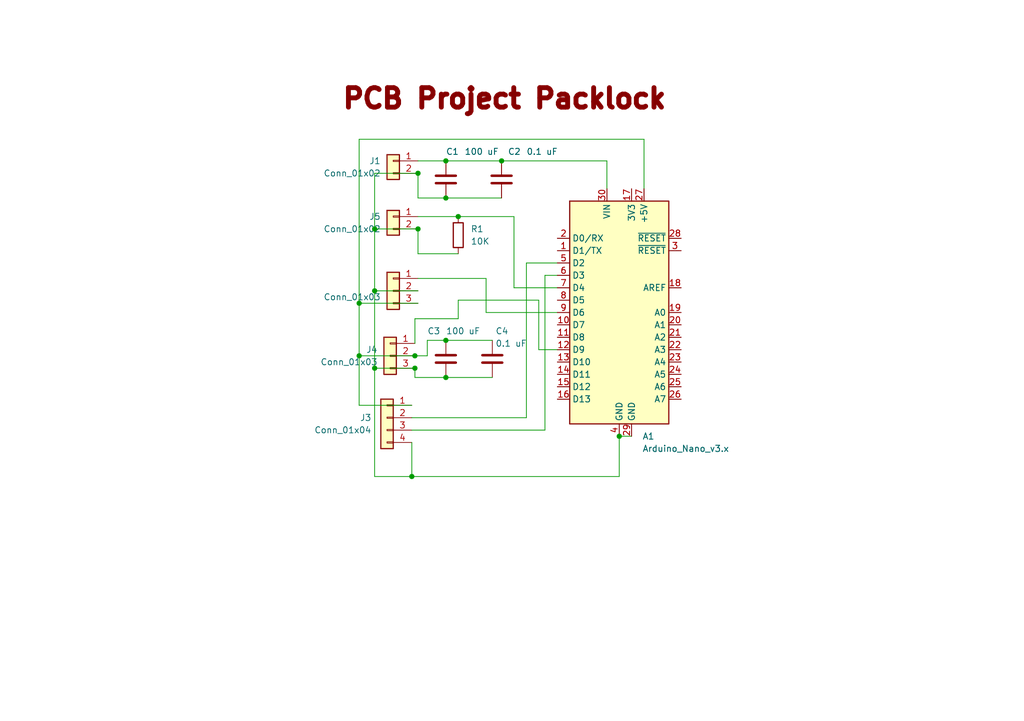
<source format=kicad_sch>
(kicad_sch (version 20230121) (generator eeschema)

  (uuid 30cc1b51-d9c0-4ac3-8d88-c2a5fc62ee56)

  (paper "A5")

  (lib_symbols
    (symbol "Connector_Generic:Conn_01x02" (pin_names (offset 1.016) hide) (in_bom yes) (on_board yes)
      (property "Reference" "J" (at 0 2.54 0)
        (effects (font (size 1.27 1.27)))
      )
      (property "Value" "Conn_01x02" (at 0 -5.08 0)
        (effects (font (size 1.27 1.27)))
      )
      (property "Footprint" "" (at 0 0 0)
        (effects (font (size 1.27 1.27)) hide)
      )
      (property "Datasheet" "~" (at 0 0 0)
        (effects (font (size 1.27 1.27)) hide)
      )
      (property "ki_keywords" "connector" (at 0 0 0)
        (effects (font (size 1.27 1.27)) hide)
      )
      (property "ki_description" "Generic connector, single row, 01x02, script generated (kicad-library-utils/schlib/autogen/connector/)" (at 0 0 0)
        (effects (font (size 1.27 1.27)) hide)
      )
      (property "ki_fp_filters" "Connector*:*_1x??_*" (at 0 0 0)
        (effects (font (size 1.27 1.27)) hide)
      )
      (symbol "Conn_01x02_1_1"
        (rectangle (start -1.27 -2.413) (end 0 -2.667)
          (stroke (width 0.1524) (type default))
          (fill (type none))
        )
        (rectangle (start -1.27 0.127) (end 0 -0.127)
          (stroke (width 0.1524) (type default))
          (fill (type none))
        )
        (rectangle (start -1.27 1.27) (end 1.27 -3.81)
          (stroke (width 0.254) (type default))
          (fill (type background))
        )
        (pin passive line (at -5.08 0 0) (length 3.81)
          (name "Pin_1" (effects (font (size 1.27 1.27))))
          (number "1" (effects (font (size 1.27 1.27))))
        )
        (pin passive line (at -5.08 -2.54 0) (length 3.81)
          (name "Pin_2" (effects (font (size 1.27 1.27))))
          (number "2" (effects (font (size 1.27 1.27))))
        )
      )
    )
    (symbol "Connector_Generic:Conn_01x03" (pin_names (offset 1.016) hide) (in_bom yes) (on_board yes)
      (property "Reference" "J" (at 0 5.08 0)
        (effects (font (size 1.27 1.27)))
      )
      (property "Value" "Conn_01x03" (at 0 -5.08 0)
        (effects (font (size 1.27 1.27)))
      )
      (property "Footprint" "" (at 0 0 0)
        (effects (font (size 1.27 1.27)) hide)
      )
      (property "Datasheet" "~" (at 0 0 0)
        (effects (font (size 1.27 1.27)) hide)
      )
      (property "ki_keywords" "connector" (at 0 0 0)
        (effects (font (size 1.27 1.27)) hide)
      )
      (property "ki_description" "Generic connector, single row, 01x03, script generated (kicad-library-utils/schlib/autogen/connector/)" (at 0 0 0)
        (effects (font (size 1.27 1.27)) hide)
      )
      (property "ki_fp_filters" "Connector*:*_1x??_*" (at 0 0 0)
        (effects (font (size 1.27 1.27)) hide)
      )
      (symbol "Conn_01x03_1_1"
        (rectangle (start -1.27 -2.413) (end 0 -2.667)
          (stroke (width 0.1524) (type default))
          (fill (type none))
        )
        (rectangle (start -1.27 0.127) (end 0 -0.127)
          (stroke (width 0.1524) (type default))
          (fill (type none))
        )
        (rectangle (start -1.27 2.667) (end 0 2.413)
          (stroke (width 0.1524) (type default))
          (fill (type none))
        )
        (rectangle (start -1.27 3.81) (end 1.27 -3.81)
          (stroke (width 0.254) (type default))
          (fill (type background))
        )
        (pin passive line (at -5.08 2.54 0) (length 3.81)
          (name "Pin_1" (effects (font (size 1.27 1.27))))
          (number "1" (effects (font (size 1.27 1.27))))
        )
        (pin passive line (at -5.08 0 0) (length 3.81)
          (name "Pin_2" (effects (font (size 1.27 1.27))))
          (number "2" (effects (font (size 1.27 1.27))))
        )
        (pin passive line (at -5.08 -2.54 0) (length 3.81)
          (name "Pin_3" (effects (font (size 1.27 1.27))))
          (number "3" (effects (font (size 1.27 1.27))))
        )
      )
    )
    (symbol "Connector_Generic:Conn_01x04" (pin_names (offset 1.016) hide) (in_bom yes) (on_board yes)
      (property "Reference" "J" (at 0 5.08 0)
        (effects (font (size 1.27 1.27)))
      )
      (property "Value" "Conn_01x04" (at 0 -7.62 0)
        (effects (font (size 1.27 1.27)))
      )
      (property "Footprint" "" (at 0 0 0)
        (effects (font (size 1.27 1.27)) hide)
      )
      (property "Datasheet" "~" (at 0 0 0)
        (effects (font (size 1.27 1.27)) hide)
      )
      (property "ki_keywords" "connector" (at 0 0 0)
        (effects (font (size 1.27 1.27)) hide)
      )
      (property "ki_description" "Generic connector, single row, 01x04, script generated (kicad-library-utils/schlib/autogen/connector/)" (at 0 0 0)
        (effects (font (size 1.27 1.27)) hide)
      )
      (property "ki_fp_filters" "Connector*:*_1x??_*" (at 0 0 0)
        (effects (font (size 1.27 1.27)) hide)
      )
      (symbol "Conn_01x04_1_1"
        (rectangle (start -1.27 -4.953) (end 0 -5.207)
          (stroke (width 0.1524) (type default))
          (fill (type none))
        )
        (rectangle (start -1.27 -2.413) (end 0 -2.667)
          (stroke (width 0.1524) (type default))
          (fill (type none))
        )
        (rectangle (start -1.27 0.127) (end 0 -0.127)
          (stroke (width 0.1524) (type default))
          (fill (type none))
        )
        (rectangle (start -1.27 2.667) (end 0 2.413)
          (stroke (width 0.1524) (type default))
          (fill (type none))
        )
        (rectangle (start -1.27 3.81) (end 1.27 -6.35)
          (stroke (width 0.254) (type default))
          (fill (type background))
        )
        (pin passive line (at -5.08 2.54 0) (length 3.81)
          (name "Pin_1" (effects (font (size 1.27 1.27))))
          (number "1" (effects (font (size 1.27 1.27))))
        )
        (pin passive line (at -5.08 0 0) (length 3.81)
          (name "Pin_2" (effects (font (size 1.27 1.27))))
          (number "2" (effects (font (size 1.27 1.27))))
        )
        (pin passive line (at -5.08 -2.54 0) (length 3.81)
          (name "Pin_3" (effects (font (size 1.27 1.27))))
          (number "3" (effects (font (size 1.27 1.27))))
        )
        (pin passive line (at -5.08 -5.08 0) (length 3.81)
          (name "Pin_4" (effects (font (size 1.27 1.27))))
          (number "4" (effects (font (size 1.27 1.27))))
        )
      )
    )
    (symbol "Device:C" (pin_numbers hide) (pin_names (offset 0.254)) (in_bom yes) (on_board yes)
      (property "Reference" "C" (at 0.635 2.54 0)
        (effects (font (size 1.27 1.27)) (justify left))
      )
      (property "Value" "C" (at 0.635 -2.54 0)
        (effects (font (size 1.27 1.27)) (justify left))
      )
      (property "Footprint" "" (at 0.9652 -3.81 0)
        (effects (font (size 1.27 1.27)) hide)
      )
      (property "Datasheet" "~" (at 0 0 0)
        (effects (font (size 1.27 1.27)) hide)
      )
      (property "ki_keywords" "cap capacitor" (at 0 0 0)
        (effects (font (size 1.27 1.27)) hide)
      )
      (property "ki_description" "Unpolarized capacitor" (at 0 0 0)
        (effects (font (size 1.27 1.27)) hide)
      )
      (property "ki_fp_filters" "C_*" (at 0 0 0)
        (effects (font (size 1.27 1.27)) hide)
      )
      (symbol "C_0_1"
        (polyline
          (pts
            (xy -2.032 -0.762)
            (xy 2.032 -0.762)
          )
          (stroke (width 0.508) (type default))
          (fill (type none))
        )
        (polyline
          (pts
            (xy -2.032 0.762)
            (xy 2.032 0.762)
          )
          (stroke (width 0.508) (type default))
          (fill (type none))
        )
      )
      (symbol "C_1_1"
        (pin passive line (at 0 3.81 270) (length 2.794)
          (name "~" (effects (font (size 1.27 1.27))))
          (number "1" (effects (font (size 1.27 1.27))))
        )
        (pin passive line (at 0 -3.81 90) (length 2.794)
          (name "~" (effects (font (size 1.27 1.27))))
          (number "2" (effects (font (size 1.27 1.27))))
        )
      )
    )
    (symbol "Device:R" (pin_numbers hide) (pin_names (offset 0)) (in_bom yes) (on_board yes)
      (property "Reference" "R" (at 2.032 0 90)
        (effects (font (size 1.27 1.27)))
      )
      (property "Value" "R" (at 0 0 90)
        (effects (font (size 1.27 1.27)))
      )
      (property "Footprint" "" (at -1.778 0 90)
        (effects (font (size 1.27 1.27)) hide)
      )
      (property "Datasheet" "~" (at 0 0 0)
        (effects (font (size 1.27 1.27)) hide)
      )
      (property "ki_keywords" "R res resistor" (at 0 0 0)
        (effects (font (size 1.27 1.27)) hide)
      )
      (property "ki_description" "Resistor" (at 0 0 0)
        (effects (font (size 1.27 1.27)) hide)
      )
      (property "ki_fp_filters" "R_*" (at 0 0 0)
        (effects (font (size 1.27 1.27)) hide)
      )
      (symbol "R_0_1"
        (rectangle (start -1.016 -2.54) (end 1.016 2.54)
          (stroke (width 0.254) (type default))
          (fill (type none))
        )
      )
      (symbol "R_1_1"
        (pin passive line (at 0 3.81 270) (length 1.27)
          (name "~" (effects (font (size 1.27 1.27))))
          (number "1" (effects (font (size 1.27 1.27))))
        )
        (pin passive line (at 0 -3.81 90) (length 1.27)
          (name "~" (effects (font (size 1.27 1.27))))
          (number "2" (effects (font (size 1.27 1.27))))
        )
      )
    )
    (symbol "MCU_Module:Arduino_Nano_v3.x" (in_bom yes) (on_board yes)
      (property "Reference" "A" (at -10.16 23.495 0)
        (effects (font (size 1.27 1.27)) (justify left bottom))
      )
      (property "Value" "Arduino_Nano_v3.x" (at 5.08 -24.13 0)
        (effects (font (size 1.27 1.27)) (justify left top))
      )
      (property "Footprint" "Module:Arduino_Nano" (at 0 0 0)
        (effects (font (size 1.27 1.27) italic) hide)
      )
      (property "Datasheet" "http://www.mouser.com/pdfdocs/Gravitech_Arduino_Nano3_0.pdf" (at 0 0 0)
        (effects (font (size 1.27 1.27)) hide)
      )
      (property "ki_keywords" "Arduino nano microcontroller module USB" (at 0 0 0)
        (effects (font (size 1.27 1.27)) hide)
      )
      (property "ki_description" "Arduino Nano v3.x" (at 0 0 0)
        (effects (font (size 1.27 1.27)) hide)
      )
      (property "ki_fp_filters" "Arduino*Nano*" (at 0 0 0)
        (effects (font (size 1.27 1.27)) hide)
      )
      (symbol "Arduino_Nano_v3.x_0_1"
        (rectangle (start -10.16 22.86) (end 10.16 -22.86)
          (stroke (width 0.254) (type default))
          (fill (type background))
        )
      )
      (symbol "Arduino_Nano_v3.x_1_1"
        (pin bidirectional line (at -12.7 12.7 0) (length 2.54)
          (name "D1/TX" (effects (font (size 1.27 1.27))))
          (number "1" (effects (font (size 1.27 1.27))))
        )
        (pin bidirectional line (at -12.7 -2.54 0) (length 2.54)
          (name "D7" (effects (font (size 1.27 1.27))))
          (number "10" (effects (font (size 1.27 1.27))))
        )
        (pin bidirectional line (at -12.7 -5.08 0) (length 2.54)
          (name "D8" (effects (font (size 1.27 1.27))))
          (number "11" (effects (font (size 1.27 1.27))))
        )
        (pin bidirectional line (at -12.7 -7.62 0) (length 2.54)
          (name "D9" (effects (font (size 1.27 1.27))))
          (number "12" (effects (font (size 1.27 1.27))))
        )
        (pin bidirectional line (at -12.7 -10.16 0) (length 2.54)
          (name "D10" (effects (font (size 1.27 1.27))))
          (number "13" (effects (font (size 1.27 1.27))))
        )
        (pin bidirectional line (at -12.7 -12.7 0) (length 2.54)
          (name "D11" (effects (font (size 1.27 1.27))))
          (number "14" (effects (font (size 1.27 1.27))))
        )
        (pin bidirectional line (at -12.7 -15.24 0) (length 2.54)
          (name "D12" (effects (font (size 1.27 1.27))))
          (number "15" (effects (font (size 1.27 1.27))))
        )
        (pin bidirectional line (at -12.7 -17.78 0) (length 2.54)
          (name "D13" (effects (font (size 1.27 1.27))))
          (number "16" (effects (font (size 1.27 1.27))))
        )
        (pin power_out line (at 2.54 25.4 270) (length 2.54)
          (name "3V3" (effects (font (size 1.27 1.27))))
          (number "17" (effects (font (size 1.27 1.27))))
        )
        (pin input line (at 12.7 5.08 180) (length 2.54)
          (name "AREF" (effects (font (size 1.27 1.27))))
          (number "18" (effects (font (size 1.27 1.27))))
        )
        (pin bidirectional line (at 12.7 0 180) (length 2.54)
          (name "A0" (effects (font (size 1.27 1.27))))
          (number "19" (effects (font (size 1.27 1.27))))
        )
        (pin bidirectional line (at -12.7 15.24 0) (length 2.54)
          (name "D0/RX" (effects (font (size 1.27 1.27))))
          (number "2" (effects (font (size 1.27 1.27))))
        )
        (pin bidirectional line (at 12.7 -2.54 180) (length 2.54)
          (name "A1" (effects (font (size 1.27 1.27))))
          (number "20" (effects (font (size 1.27 1.27))))
        )
        (pin bidirectional line (at 12.7 -5.08 180) (length 2.54)
          (name "A2" (effects (font (size 1.27 1.27))))
          (number "21" (effects (font (size 1.27 1.27))))
        )
        (pin bidirectional line (at 12.7 -7.62 180) (length 2.54)
          (name "A3" (effects (font (size 1.27 1.27))))
          (number "22" (effects (font (size 1.27 1.27))))
        )
        (pin bidirectional line (at 12.7 -10.16 180) (length 2.54)
          (name "A4" (effects (font (size 1.27 1.27))))
          (number "23" (effects (font (size 1.27 1.27))))
        )
        (pin bidirectional line (at 12.7 -12.7 180) (length 2.54)
          (name "A5" (effects (font (size 1.27 1.27))))
          (number "24" (effects (font (size 1.27 1.27))))
        )
        (pin bidirectional line (at 12.7 -15.24 180) (length 2.54)
          (name "A6" (effects (font (size 1.27 1.27))))
          (number "25" (effects (font (size 1.27 1.27))))
        )
        (pin bidirectional line (at 12.7 -17.78 180) (length 2.54)
          (name "A7" (effects (font (size 1.27 1.27))))
          (number "26" (effects (font (size 1.27 1.27))))
        )
        (pin power_out line (at 5.08 25.4 270) (length 2.54)
          (name "+5V" (effects (font (size 1.27 1.27))))
          (number "27" (effects (font (size 1.27 1.27))))
        )
        (pin input line (at 12.7 15.24 180) (length 2.54)
          (name "~{RESET}" (effects (font (size 1.27 1.27))))
          (number "28" (effects (font (size 1.27 1.27))))
        )
        (pin power_in line (at 2.54 -25.4 90) (length 2.54)
          (name "GND" (effects (font (size 1.27 1.27))))
          (number "29" (effects (font (size 1.27 1.27))))
        )
        (pin input line (at 12.7 12.7 180) (length 2.54)
          (name "~{RESET}" (effects (font (size 1.27 1.27))))
          (number "3" (effects (font (size 1.27 1.27))))
        )
        (pin power_in line (at -2.54 25.4 270) (length 2.54)
          (name "VIN" (effects (font (size 1.27 1.27))))
          (number "30" (effects (font (size 1.27 1.27))))
        )
        (pin power_in line (at 0 -25.4 90) (length 2.54)
          (name "GND" (effects (font (size 1.27 1.27))))
          (number "4" (effects (font (size 1.27 1.27))))
        )
        (pin bidirectional line (at -12.7 10.16 0) (length 2.54)
          (name "D2" (effects (font (size 1.27 1.27))))
          (number "5" (effects (font (size 1.27 1.27))))
        )
        (pin bidirectional line (at -12.7 7.62 0) (length 2.54)
          (name "D3" (effects (font (size 1.27 1.27))))
          (number "6" (effects (font (size 1.27 1.27))))
        )
        (pin bidirectional line (at -12.7 5.08 0) (length 2.54)
          (name "D4" (effects (font (size 1.27 1.27))))
          (number "7" (effects (font (size 1.27 1.27))))
        )
        (pin bidirectional line (at -12.7 2.54 0) (length 2.54)
          (name "D5" (effects (font (size 1.27 1.27))))
          (number "8" (effects (font (size 1.27 1.27))))
        )
        (pin bidirectional line (at -12.7 0 0) (length 2.54)
          (name "D6" (effects (font (size 1.27 1.27))))
          (number "9" (effects (font (size 1.27 1.27))))
        )
      )
    )
  )

  (junction (at 73.66 73.025) (diameter 0) (color 0 0 0 0)
    (uuid 0b8e4496-1513-404e-b81f-2e53f2f92cbf)
  )
  (junction (at 85.09 75.565) (diameter 0) (color 0 0 0 0)
    (uuid 128af01e-92de-4823-9ef1-1f7cb02fd2f7)
  )
  (junction (at 91.44 77.47) (diameter 0) (color 0 0 0 0)
    (uuid 1c959717-b416-40ed-97bf-9d16b0cbccd1)
  )
  (junction (at 84.455 97.79) (diameter 0) (color 0 0 0 0)
    (uuid 226ffeaf-94bf-4c10-bc6d-90f35e415230)
  )
  (junction (at 76.835 75.565) (diameter 0) (color 0 0 0 0)
    (uuid 2ddb3448-c405-4e63-9235-5d68ea030348)
  )
  (junction (at 93.98 44.45) (diameter 0) (color 0 0 0 0)
    (uuid 38d5ae57-c004-4212-a5e4-e6d44e687448)
  )
  (junction (at 91.44 40.64) (diameter 0) (color 0 0 0 0)
    (uuid 41164ac6-a579-4a51-9462-4e05e9eb6925)
  )
  (junction (at 85.725 35.56) (diameter 0) (color 0 0 0 0)
    (uuid 4aee2b7c-afb7-4f03-bc92-fdbf0831d71f)
  )
  (junction (at 76.835 46.99) (diameter 0) (color 0 0 0 0)
    (uuid 5e5d9011-80ea-4bca-8ac4-792b2dc7aff6)
  )
  (junction (at 85.09 73.025) (diameter 0) (color 0 0 0 0)
    (uuid 63a248b4-8cbc-4001-a133-facef6c6aad6)
  )
  (junction (at 91.44 33.02) (diameter 0) (color 0 0 0 0)
    (uuid 7dfca7f9-4737-47d7-8c79-77b8e8540f3d)
  )
  (junction (at 73.66 62.23) (diameter 0) (color 0 0 0 0)
    (uuid a1607871-cc7f-48cd-8a44-26399cb59108)
  )
  (junction (at 91.44 69.85) (diameter 0) (color 0 0 0 0)
    (uuid c1b6a71b-dbe9-402d-9d3c-e591f3d929b2)
  )
  (junction (at 85.725 46.99) (diameter 0) (color 0 0 0 0)
    (uuid c67996c2-c5c5-4f42-8442-7bb604ea69c1)
  )
  (junction (at 102.87 33.02) (diameter 0) (color 0 0 0 0)
    (uuid c8271075-a904-4a2f-b292-48f39861653d)
  )
  (junction (at 127 89.535) (diameter 0) (color 0 0 0 0)
    (uuid e426d68b-0895-45dd-aa46-1f6818b83e93)
  )
  (junction (at 76.835 59.69) (diameter 0) (color 0 0 0 0)
    (uuid fb8f05d1-15ee-446f-8a86-058b7a230c42)
  )

  (wire (pts (xy 84.455 90.805) (xy 84.455 97.79))
    (stroke (width 0) (type default))
    (uuid 1ac2a306-c871-4ef1-ab3c-bd342e0236c2)
  )
  (wire (pts (xy 84.455 88.265) (xy 111.76 88.265))
    (stroke (width 0) (type default))
    (uuid 24f85668-784a-4377-a546-088e5cc89852)
  )
  (wire (pts (xy 114.3 53.975) (xy 107.95 53.975))
    (stroke (width 0) (type default))
    (uuid 29fd64d3-b439-4ad0-9d12-189a40ee42bb)
  )
  (wire (pts (xy 76.835 46.99) (xy 76.835 59.69))
    (stroke (width 0) (type default))
    (uuid 2b61a7af-c289-42d3-8413-c7ed438e84e6)
  )
  (wire (pts (xy 91.44 77.47) (xy 100.965 77.47))
    (stroke (width 0) (type default))
    (uuid 311bc0d9-3f93-4d58-a79f-16e6961b5d98)
  )
  (wire (pts (xy 73.66 73.025) (xy 73.66 83.185))
    (stroke (width 0) (type default))
    (uuid 3911aa7a-930b-49db-b66c-ab7a9cbf24e2)
  )
  (wire (pts (xy 124.46 38.735) (xy 124.46 33.02))
    (stroke (width 0) (type default))
    (uuid 3abc6a37-1e8f-46b1-a879-46dc6f53160a)
  )
  (wire (pts (xy 85.09 65.405) (xy 93.98 65.405))
    (stroke (width 0) (type default))
    (uuid 3eb2dc35-5c58-40fb-88b0-0d120335a19e)
  )
  (wire (pts (xy 76.835 35.56) (xy 76.835 46.99))
    (stroke (width 0) (type default))
    (uuid 421ba961-ed37-406c-9267-5bda57d7d4c0)
  )
  (wire (pts (xy 107.95 85.725) (xy 84.455 85.725))
    (stroke (width 0) (type default))
    (uuid 46662154-ea53-4623-b34e-ea235b29632c)
  )
  (wire (pts (xy 91.44 77.47) (xy 85.09 77.47))
    (stroke (width 0) (type default))
    (uuid 4ede941a-bce8-45cc-8b2d-b45d07093090)
  )
  (wire (pts (xy 73.66 62.23) (xy 85.725 62.23))
    (stroke (width 0) (type default))
    (uuid 5419e527-8d9e-459e-9d9c-8e90bedf7acd)
  )
  (wire (pts (xy 85.09 70.485) (xy 85.09 65.405))
    (stroke (width 0) (type default))
    (uuid 54d914d0-c397-42da-b00f-edc82e086574)
  )
  (wire (pts (xy 127 97.79) (xy 127 89.535))
    (stroke (width 0) (type default))
    (uuid 5768985f-2ffd-4f3d-b292-4ee9563955a3)
  )
  (wire (pts (xy 76.835 97.79) (xy 84.455 97.79))
    (stroke (width 0) (type default))
    (uuid 59af8485-16a7-419f-8c09-a830a1aaf1f8)
  )
  (wire (pts (xy 105.41 59.055) (xy 105.41 44.45))
    (stroke (width 0) (type default))
    (uuid 5c2db444-4093-4a35-92fc-db35752dd899)
  )
  (wire (pts (xy 127 89.535) (xy 129.54 89.535))
    (stroke (width 0) (type default))
    (uuid 629e0233-47e9-441b-b64e-c1d2005af6e5)
  )
  (wire (pts (xy 99.695 64.135) (xy 114.3 64.135))
    (stroke (width 0) (type default))
    (uuid 7205992d-70aa-4dd3-b706-31df83709295)
  )
  (wire (pts (xy 85.725 46.99) (xy 76.835 46.99))
    (stroke (width 0) (type default))
    (uuid 73fb0842-be31-44a0-903b-027ab2303772)
  )
  (wire (pts (xy 111.76 56.515) (xy 111.76 88.265))
    (stroke (width 0) (type default))
    (uuid 752e9cd4-4776-4e1d-b0ce-09a406543ae4)
  )
  (wire (pts (xy 110.49 71.755) (xy 114.3 71.755))
    (stroke (width 0) (type default))
    (uuid 7b7e80de-57ca-488b-922e-28f374e039b3)
  )
  (wire (pts (xy 99.695 57.15) (xy 99.695 64.135))
    (stroke (width 0) (type default))
    (uuid 8548438f-1fe3-48fb-aa0f-03f8592b4a55)
  )
  (wire (pts (xy 132.08 28.575) (xy 73.66 28.575))
    (stroke (width 0) (type default))
    (uuid 8a3f55de-a693-4db5-8c39-17cfdd8e3704)
  )
  (wire (pts (xy 85.725 44.45) (xy 93.98 44.45))
    (stroke (width 0) (type default))
    (uuid 8b795b68-6798-4b2e-85ae-dae06f2e2514)
  )
  (wire (pts (xy 93.98 65.405) (xy 93.98 61.595))
    (stroke (width 0) (type default))
    (uuid 8c9ef4ad-44a9-4f65-a0d6-2c94a70db64a)
  )
  (wire (pts (xy 85.09 73.025) (xy 87.63 73.025))
    (stroke (width 0) (type default))
    (uuid 905299eb-3cab-4ab9-983f-1fb85d451d17)
  )
  (wire (pts (xy 73.66 83.185) (xy 84.455 83.185))
    (stroke (width 0) (type default))
    (uuid 98c76a2a-941f-4197-ad82-0e27c0ce5640)
  )
  (wire (pts (xy 84.455 97.79) (xy 127 97.79))
    (stroke (width 0) (type default))
    (uuid 9edce0eb-e2e4-49fe-9fab-101b82db9a1e)
  )
  (wire (pts (xy 76.835 59.69) (xy 76.835 75.565))
    (stroke (width 0) (type default))
    (uuid a1ff1e7b-640d-44ad-89d0-e252ff4c375c)
  )
  (wire (pts (xy 114.3 59.055) (xy 105.41 59.055))
    (stroke (width 0) (type default))
    (uuid a6a4ec33-22b0-48fd-9b74-f8c418666468)
  )
  (wire (pts (xy 107.95 53.975) (xy 107.95 85.725))
    (stroke (width 0) (type default))
    (uuid a8f4831c-8114-44d2-bff7-8bf18816763f)
  )
  (wire (pts (xy 73.66 73.025) (xy 85.09 73.025))
    (stroke (width 0) (type default))
    (uuid aa505875-e8d5-4b1f-9709-5fb02c4cfe27)
  )
  (wire (pts (xy 85.725 52.07) (xy 93.98 52.07))
    (stroke (width 0) (type default))
    (uuid aa80da46-15c1-4f6f-819e-194bdaa7d0ab)
  )
  (wire (pts (xy 87.63 69.85) (xy 91.44 69.85))
    (stroke (width 0) (type default))
    (uuid afe8da30-2c2b-4992-ae72-3437a8c7bc22)
  )
  (wire (pts (xy 76.835 59.69) (xy 85.725 59.69))
    (stroke (width 0) (type default))
    (uuid b0528b55-422d-463b-867b-f062592d6012)
  )
  (wire (pts (xy 85.725 35.56) (xy 76.835 35.56))
    (stroke (width 0) (type default))
    (uuid b20baa0a-566b-4da7-923e-aa0bd7bb5790)
  )
  (wire (pts (xy 91.44 69.85) (xy 100.965 69.85))
    (stroke (width 0) (type default))
    (uuid b45d5354-f9dc-46e8-a276-7b237d522566)
  )
  (wire (pts (xy 73.66 62.23) (xy 73.66 73.025))
    (stroke (width 0) (type default))
    (uuid b5c571f1-8002-4555-bfbb-17b757fc109b)
  )
  (wire (pts (xy 76.835 75.565) (xy 76.835 97.79))
    (stroke (width 0) (type default))
    (uuid b9472d8f-7b91-40c7-9154-6ee92489a62b)
  )
  (wire (pts (xy 91.44 40.64) (xy 102.87 40.64))
    (stroke (width 0) (type default))
    (uuid c5e6fa5d-d707-45ef-93e7-147a4b88eb78)
  )
  (wire (pts (xy 110.49 61.595) (xy 110.49 71.755))
    (stroke (width 0) (type default))
    (uuid c77e8da7-7436-427d-83b4-64b8c894fa30)
  )
  (wire (pts (xy 124.46 33.02) (xy 102.87 33.02))
    (stroke (width 0) (type default))
    (uuid c9107717-4c04-4e09-9794-8728a41772a7)
  )
  (wire (pts (xy 85.725 35.56) (xy 85.725 40.64))
    (stroke (width 0) (type default))
    (uuid cab2f9e8-8509-47c9-a692-af39ff490e0b)
  )
  (wire (pts (xy 91.44 33.02) (xy 102.87 33.02))
    (stroke (width 0) (type default))
    (uuid cbb1cee7-62c6-4220-8756-f64c5d539f98)
  )
  (wire (pts (xy 114.3 56.515) (xy 111.76 56.515))
    (stroke (width 0) (type default))
    (uuid cca04470-0caf-401a-8f01-a178e4abb6ad)
  )
  (wire (pts (xy 85.725 40.64) (xy 91.44 40.64))
    (stroke (width 0) (type default))
    (uuid cca18240-411e-4ba0-8bc6-736084cbb5b4)
  )
  (wire (pts (xy 73.66 28.575) (xy 73.66 62.23))
    (stroke (width 0) (type default))
    (uuid d21b0869-d5b0-4955-a6ea-c396b3339df8)
  )
  (wire (pts (xy 132.08 38.735) (xy 132.08 28.575))
    (stroke (width 0) (type default))
    (uuid d540e1b2-cd00-46a6-8e96-fa847a9ca042)
  )
  (wire (pts (xy 87.63 73.025) (xy 87.63 69.85))
    (stroke (width 0) (type default))
    (uuid d9f9405f-a8bc-463b-8520-021c0ee3d4e7)
  )
  (wire (pts (xy 85.725 46.99) (xy 85.725 52.07))
    (stroke (width 0) (type default))
    (uuid e787a821-492c-4584-899a-e282bf428eac)
  )
  (wire (pts (xy 85.09 77.47) (xy 85.09 75.565))
    (stroke (width 0) (type default))
    (uuid e7aeb78d-b16a-4d03-9cb7-bc3972b21783)
  )
  (wire (pts (xy 85.725 57.15) (xy 99.695 57.15))
    (stroke (width 0) (type default))
    (uuid ecba0a09-fe31-4dc1-8a71-99887dadf88b)
  )
  (wire (pts (xy 76.835 75.565) (xy 85.09 75.565))
    (stroke (width 0) (type default))
    (uuid ece3ce60-86d4-45cc-9b9b-502e4539b9d1)
  )
  (wire (pts (xy 91.44 33.02) (xy 85.725 33.02))
    (stroke (width 0) (type default))
    (uuid f3c726da-1cdc-4492-b480-96eae3350164)
  )
  (wire (pts (xy 105.41 44.45) (xy 93.98 44.45))
    (stroke (width 0) (type default))
    (uuid f9847b2c-be14-4199-8969-28ae368e8f16)
  )
  (wire (pts (xy 93.98 61.595) (xy 110.49 61.595))
    (stroke (width 0) (type default))
    (uuid fd456d70-c5e7-40ef-a126-f71100eac41e)
  )

  (label "PCB Project Packlock" (at 69.85 24.13 0) (fields_autoplaced)
    (effects (font (size 4 4) (thickness 1.2) bold (color 132 0 0 1)) (justify left bottom))
    (uuid 27c835dd-b11d-4aa8-a922-0982f88bb250)
  )

  (symbol (lib_id "Connector_Generic:Conn_01x03") (at 80.01 73.025 0) (mirror y) (unit 1)
    (in_bom yes) (on_board yes) (dnp no)
    (uuid 0cdb9080-8bab-4748-a197-f67a4f923f54)
    (property "Reference" "J4" (at 77.47 71.755 0)
      (effects (font (size 1.27 1.27)) (justify left))
    )
    (property "Value" "Conn_01x03" (at 77.47 74.295 0)
      (effects (font (size 1.27 1.27)) (justify left))
    )
    (property "Footprint" "Connector_JST:JST_XH_B3B-XH-A_1x03_P2.50mm_Vertical" (at 80.01 73.025 0)
      (effects (font (size 1.27 1.27)) hide)
    )
    (property "Datasheet" "~" (at 80.01 73.025 0)
      (effects (font (size 1.27 1.27)) hide)
    )
    (pin "1" (uuid dc30cc7c-4ddb-4784-94e3-129ffe5af623))
    (pin "2" (uuid 458cac99-ab49-4f76-997b-b489e7e7d703))
    (pin "3" (uuid 92539f9b-2af0-4660-bfc9-02f6aa7db97c))
    (instances
      (project "PackLock2"
        (path "/30cc1b51-d9c0-4ac3-8d88-c2a5fc62ee56"
          (reference "J4") (unit 1)
        )
      )
    )
  )

  (symbol (lib_id "Connector_Generic:Conn_01x02") (at 80.645 33.02 0) (mirror y) (unit 1)
    (in_bom yes) (on_board yes) (dnp no)
    (uuid 1a10c2a9-8507-4b78-bbf4-ea94ce3a5744)
    (property "Reference" "J1" (at 78.105 33.02 0)
      (effects (font (size 1.27 1.27)) (justify left))
    )
    (property "Value" "Conn_01x02" (at 78.105 35.56 0)
      (effects (font (size 1.27 1.27)) (justify left))
    )
    (property "Footprint" "Connector_JST:JST_XH_B2B-XH-A_1x02_P2.50mm_Vertical" (at 80.645 33.02 0)
      (effects (font (size 1.27 1.27)) hide)
    )
    (property "Datasheet" "~" (at 80.645 33.02 0)
      (effects (font (size 1.27 1.27)) hide)
    )
    (pin "1" (uuid fbc778cf-ad3a-4a5a-9542-6e2b0abb3ea3))
    (pin "2" (uuid 22f3aaaf-2eff-455e-88e2-e08018508383))
    (instances
      (project "PackLock2"
        (path "/30cc1b51-d9c0-4ac3-8d88-c2a5fc62ee56"
          (reference "J1") (unit 1)
        )
      )
    )
  )

  (symbol (lib_id "Device:C") (at 100.965 73.66 0) (unit 1)
    (in_bom yes) (on_board yes) (dnp no)
    (uuid 634d6538-5ac9-4ff5-9f4c-dd0ac2f86f41)
    (property "Reference" "C4" (at 101.6 67.945 0)
      (effects (font (size 1.27 1.27)) (justify left))
    )
    (property "Value" "0.1 uF" (at 101.6 70.485 0)
      (effects (font (size 1.27 1.27)) (justify left))
    )
    (property "Footprint" "Capacitor_THT:C_Disc_D3.0mm_W1.6mm_P2.50mm" (at 101.9302 77.47 0)
      (effects (font (size 1.27 1.27)) hide)
    )
    (property "Datasheet" "~" (at 100.965 73.66 0)
      (effects (font (size 1.27 1.27)) hide)
    )
    (pin "1" (uuid d5c167fd-a11c-45c9-8ef6-a93b076fa8f0))
    (pin "2" (uuid 444c1c98-0776-445f-b747-7c5e5d1c0d3f))
    (instances
      (project "PackLock2"
        (path "/30cc1b51-d9c0-4ac3-8d88-c2a5fc62ee56"
          (reference "C4") (unit 1)
        )
      )
    )
  )

  (symbol (lib_id "Connector_Generic:Conn_01x04") (at 79.375 85.725 0) (mirror y) (unit 1)
    (in_bom yes) (on_board yes) (dnp no)
    (uuid 755b634a-f4c2-408e-9403-fb5054fcfac0)
    (property "Reference" "J3" (at 76.2 85.725 0)
      (effects (font (size 1.27 1.27)) (justify left))
    )
    (property "Value" "Conn_01x04" (at 76.2 88.265 0)
      (effects (font (size 1.27 1.27)) (justify left))
    )
    (property "Footprint" "Connector_JST:JST_XH_B4B-XH-A_1x04_P2.50mm_Vertical" (at 79.375 85.725 0)
      (effects (font (size 1.27 1.27)) hide)
    )
    (property "Datasheet" "~" (at 79.375 85.725 0)
      (effects (font (size 1.27 1.27)) hide)
    )
    (pin "1" (uuid bc44a6f4-f514-4974-b291-e7ee6e75cbee))
    (pin "2" (uuid 6a7a0671-2c87-4b6f-9483-ec95836883e3))
    (pin "3" (uuid 8c166595-bd73-4fb6-b49f-50162321f752))
    (pin "4" (uuid faedb84e-efc4-4d12-ba2f-79296106dc89))
    (instances
      (project "PackLock2"
        (path "/30cc1b51-d9c0-4ac3-8d88-c2a5fc62ee56"
          (reference "J3") (unit 1)
        )
      )
    )
  )

  (symbol (lib_id "Connector_Generic:Conn_01x02") (at 80.645 44.45 0) (mirror y) (unit 1)
    (in_bom yes) (on_board yes) (dnp no)
    (uuid 878cf259-16ac-4420-a00e-5089d08fc7c9)
    (property "Reference" "J5" (at 78.105 44.45 0)
      (effects (font (size 1.27 1.27)) (justify left))
    )
    (property "Value" "Conn_01x02" (at 78.105 46.99 0)
      (effects (font (size 1.27 1.27)) (justify left))
    )
    (property "Footprint" "Connector_JST:JST_XH_B2B-XH-A_1x02_P2.50mm_Vertical" (at 80.645 44.45 0)
      (effects (font (size 1.27 1.27)) hide)
    )
    (property "Datasheet" "~" (at 80.645 44.45 0)
      (effects (font (size 1.27 1.27)) hide)
    )
    (pin "1" (uuid 3af13374-8c08-4281-9514-b28e46b32c36))
    (pin "2" (uuid df79199f-3fab-45e6-ac92-54addcce7bb7))
    (instances
      (project "PackLock2"
        (path "/30cc1b51-d9c0-4ac3-8d88-c2a5fc62ee56"
          (reference "J5") (unit 1)
        )
      )
    )
  )

  (symbol (lib_id "Device:C") (at 91.44 73.66 0) (unit 1)
    (in_bom yes) (on_board yes) (dnp no)
    (uuid 8e12169d-af4a-4e82-b3a0-34a40601eef4)
    (property "Reference" "C3" (at 87.63 67.945 0)
      (effects (font (size 1.27 1.27)) (justify left))
    )
    (property "Value" "100 uF" (at 91.44 67.945 0)
      (effects (font (size 1.27 1.27)) (justify left))
    )
    (property "Footprint" "Capacitor_THT:CP_Radial_D5.0mm_P2.00mm" (at 92.4052 77.47 0)
      (effects (font (size 1.27 1.27)) hide)
    )
    (property "Datasheet" "~" (at 91.44 73.66 0)
      (effects (font (size 1.27 1.27)) hide)
    )
    (pin "1" (uuid 4ec0e812-1995-4683-ad5d-d671894f3b91))
    (pin "2" (uuid 3222568b-a572-43f8-87da-f845ff5b44b0))
    (instances
      (project "PackLock2"
        (path "/30cc1b51-d9c0-4ac3-8d88-c2a5fc62ee56"
          (reference "C3") (unit 1)
        )
      )
    )
  )

  (symbol (lib_id "MCU_Module:Arduino_Nano_v3.x") (at 127 64.135 0) (unit 1)
    (in_bom yes) (on_board yes) (dnp no) (fields_autoplaced)
    (uuid b6e24989-492d-40ed-949a-15bf157297f0)
    (property "Reference" "A1" (at 131.7341 89.535 0)
      (effects (font (size 1.27 1.27)) (justify left))
    )
    (property "Value" "Arduino_Nano_v3.x" (at 131.7341 92.075 0)
      (effects (font (size 1.27 1.27)) (justify left))
    )
    (property "Footprint" "Module:Arduino_Nano" (at 127 64.135 0)
      (effects (font (size 1.27 1.27) italic) hide)
    )
    (property "Datasheet" "http://www.mouser.com/pdfdocs/Gravitech_Arduino_Nano3_0.pdf" (at 127 64.135 0)
      (effects (font (size 1.27 1.27)) hide)
    )
    (pin "1" (uuid 80784423-5181-40ca-a25f-22b6e0cd1068))
    (pin "10" (uuid a53000d4-be2c-4985-b41b-790c345dea39))
    (pin "11" (uuid 981861fd-8866-4d43-889c-b5e10b1cae3f))
    (pin "12" (uuid c78394cb-2a20-4ca7-b878-24f877ff2994))
    (pin "13" (uuid b9d637da-524d-47c3-aa38-93bb0f52a9a0))
    (pin "14" (uuid 1ffb0888-5f31-4e81-a24b-d52d2b13455c))
    (pin "15" (uuid a667a1d2-4d54-406d-aae7-70965d0f9f61))
    (pin "16" (uuid f3c9d55a-12f1-42f4-8925-43c9a9635e21))
    (pin "17" (uuid 8e893abd-0585-4e05-9e18-fcd5e8a71533))
    (pin "18" (uuid 9608c1d4-05a7-45b9-a471-dfbcc48f05a8))
    (pin "19" (uuid dabcdc4d-1f26-4e31-bded-76fc88282840))
    (pin "2" (uuid cbf2789d-707b-49d4-aef0-57fdf18c977d))
    (pin "20" (uuid bba6da7a-3a82-45d5-8ef0-a5220cb0faf7))
    (pin "21" (uuid c099108e-4bb2-4a78-8ef4-e9720fc73bd3))
    (pin "22" (uuid 6c9f35cd-2ae4-4fd4-948d-f69f7437cb53))
    (pin "23" (uuid 73d97bd8-9b85-4075-9fd9-ca0fd0c5e43c))
    (pin "24" (uuid 97f9b2a2-97c0-4902-8138-6fc77f12cf23))
    (pin "25" (uuid e81053a0-88cc-49cb-8a58-0d61a67c196f))
    (pin "26" (uuid 8554f446-fa0d-4367-b05e-c4c37d3d4105))
    (pin "27" (uuid 814bedf0-c70a-47f2-8ed9-fade48b3ead6))
    (pin "28" (uuid 13153a6c-7b26-4182-b5d6-a8ae35bcad9e))
    (pin "29" (uuid ab78b351-6d06-43c3-80d6-8d17cca39dd7))
    (pin "3" (uuid 9ec29138-48be-49af-bdbf-ad5de1bc15f6))
    (pin "30" (uuid 53e52a27-3166-4c51-9122-144788ad068c))
    (pin "4" (uuid a347fefd-98be-45d1-bd38-eca1c05a9cf1))
    (pin "5" (uuid 47e3eb33-7116-4fb8-a60e-783c910bb470))
    (pin "6" (uuid 2eb7518b-0195-4506-953a-6e1aa1f1c9ef))
    (pin "7" (uuid 1a14e3ef-4979-4374-b33b-0f1a7921b33a))
    (pin "8" (uuid 4911cf7f-1f70-4238-8c9d-9694b8ac501b))
    (pin "9" (uuid 57f401eb-fbec-4849-ad81-6055106633e0))
    (instances
      (project "PackLock2"
        (path "/30cc1b51-d9c0-4ac3-8d88-c2a5fc62ee56"
          (reference "A1") (unit 1)
        )
      )
    )
  )

  (symbol (lib_id "Device:R") (at 93.98 48.26 0) (unit 1)
    (in_bom yes) (on_board yes) (dnp no) (fields_autoplaced)
    (uuid be5dce42-4da9-4062-b001-2ae354ec20f3)
    (property "Reference" "R1" (at 96.52 46.99 0)
      (effects (font (size 1.27 1.27)) (justify left))
    )
    (property "Value" "10K" (at 96.52 49.53 0)
      (effects (font (size 1.27 1.27)) (justify left))
    )
    (property "Footprint" "Resistor_THT:R_Axial_DIN0207_L6.3mm_D2.5mm_P7.62mm_Horizontal" (at 92.202 48.26 90)
      (effects (font (size 1.27 1.27)) hide)
    )
    (property "Datasheet" "~" (at 93.98 48.26 0)
      (effects (font (size 1.27 1.27)) hide)
    )
    (pin "1" (uuid af6d932c-c23b-4201-9526-e487b0c90943))
    (pin "2" (uuid 29bbfeb2-94ea-4b6a-86e5-03ed61adb9c6))
    (instances
      (project "PackLock2"
        (path "/30cc1b51-d9c0-4ac3-8d88-c2a5fc62ee56"
          (reference "R1") (unit 1)
        )
      )
    )
  )

  (symbol (lib_id "Device:C") (at 91.44 36.83 0) (unit 1)
    (in_bom yes) (on_board yes) (dnp no)
    (uuid db51750e-fb47-487d-b8db-4d6ad12be28f)
    (property "Reference" "C1" (at 91.44 31.115 0)
      (effects (font (size 1.27 1.27)) (justify left))
    )
    (property "Value" "100 uF" (at 95.25 31.115 0)
      (effects (font (size 1.27 1.27)) (justify left))
    )
    (property "Footprint" "Capacitor_THT:CP_Radial_D5.0mm_P2.00mm" (at 92.4052 40.64 0)
      (effects (font (size 1.27 1.27)) hide)
    )
    (property "Datasheet" "~" (at 91.44 36.83 0)
      (effects (font (size 1.27 1.27)) hide)
    )
    (pin "1" (uuid b5f71047-4898-4353-bcf8-58d768104e74))
    (pin "2" (uuid 33f7a176-2c2e-4bb2-8a53-ab32fb5ad75d))
    (instances
      (project "PackLock2"
        (path "/30cc1b51-d9c0-4ac3-8d88-c2a5fc62ee56"
          (reference "C1") (unit 1)
        )
      )
    )
  )

  (symbol (lib_id "Device:C") (at 102.87 36.83 0) (unit 1)
    (in_bom yes) (on_board yes) (dnp no)
    (uuid e76e8188-215d-429e-a13f-e3f9a8facb5d)
    (property "Reference" "C2" (at 104.14 31.115 0)
      (effects (font (size 1.27 1.27)) (justify left))
    )
    (property "Value" "0.1 uF" (at 107.95 31.115 0)
      (effects (font (size 1.27 1.27)) (justify left))
    )
    (property "Footprint" "Capacitor_THT:C_Disc_D3.0mm_W1.6mm_P2.50mm" (at 103.8352 40.64 0)
      (effects (font (size 1.27 1.27)) hide)
    )
    (property "Datasheet" "~" (at 102.87 36.83 0)
      (effects (font (size 1.27 1.27)) hide)
    )
    (pin "1" (uuid 5af4bc69-2f41-4154-a2b4-e69c81b9513d))
    (pin "2" (uuid 8213d761-d986-425b-a3a2-a0b8604220bd))
    (instances
      (project "PackLock2"
        (path "/30cc1b51-d9c0-4ac3-8d88-c2a5fc62ee56"
          (reference "C2") (unit 1)
        )
      )
    )
  )

  (symbol (lib_id "Connector_Generic:Conn_01x03") (at 80.645 59.69 0) (mirror y) (unit 1)
    (in_bom yes) (on_board yes) (dnp no)
    (uuid fd6e1a7a-23ca-4674-b411-f041c4ff61c1)
    (property "Reference" "J2" (at 78.105 58.42 0)
      (effects (font (size 1.27 1.27)) (justify left) hide)
    )
    (property "Value" "Conn_01x03" (at 78.105 60.96 0)
      (effects (font (size 1.27 1.27)) (justify left))
    )
    (property "Footprint" "Connector_JST:JST_XH_B3B-XH-A_1x03_P2.50mm_Vertical" (at 80.645 59.69 0)
      (effects (font (size 1.27 1.27)) hide)
    )
    (property "Datasheet" "~" (at 80.645 59.69 0)
      (effects (font (size 1.27 1.27)) hide)
    )
    (pin "1" (uuid c092c5e4-7884-4bbe-8c8d-1f841b0bf071))
    (pin "2" (uuid 50bbe171-c3c1-466a-88c5-b8e46a0c21a4))
    (pin "3" (uuid 3a131f17-50bc-4d6f-9112-55332dbfef73))
    (instances
      (project "PackLock2"
        (path "/30cc1b51-d9c0-4ac3-8d88-c2a5fc62ee56"
          (reference "J2") (unit 1)
        )
      )
    )
  )

  (sheet_instances
    (path "/" (page "1"))
  )
)

</source>
